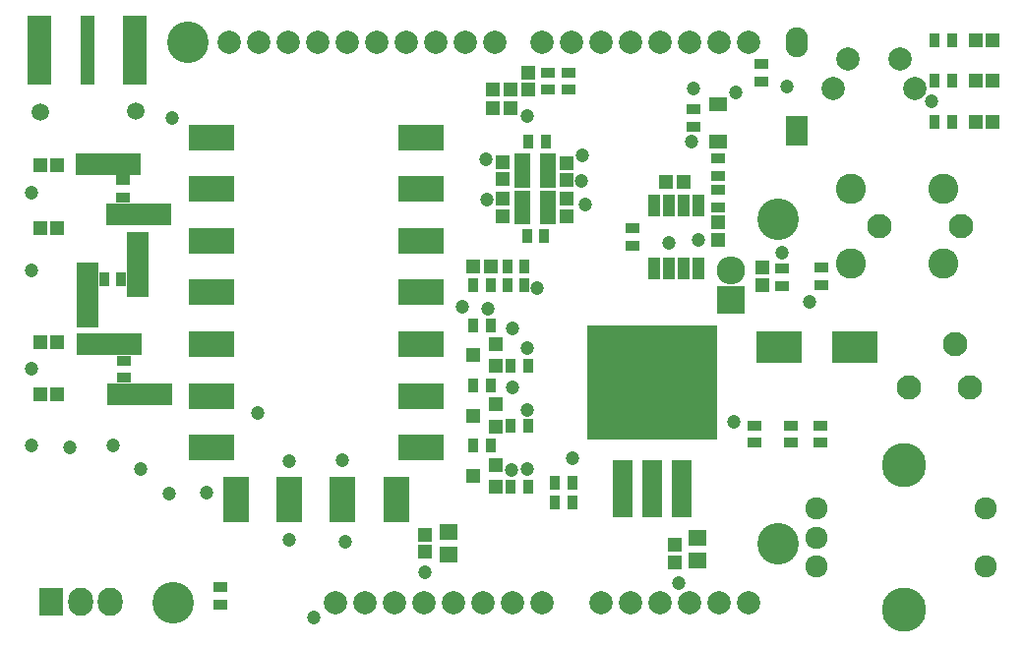
<source format=gts>
G04 #@! TF.FileFunction,Soldermask,Top*
%FSLAX46Y46*%
G04 Gerber Fmt 4.6, Leading zero omitted, Abs format (unit mm)*
G04 Created by KiCad (PCBNEW 4.0.2+dfsg1-stable) date Mi 18 Jul 2018 07:31:42 CEST*
%MOMM*%
G01*
G04 APERTURE LIST*
%ADD10C,0.100000*%
%ADD11C,3.575000*%
%ADD12C,2.000000*%
%ADD13R,2.050000X6.000000*%
%ADD14R,1.300000X6.000000*%
%ADD15R,5.560000X1.880000*%
%ADD16R,1.880000X5.560000*%
%ADD17R,2.200000X4.000000*%
%ADD18R,4.000000X2.200000*%
%ADD19R,1.790000X5.000000*%
%ADD20R,11.200000X9.800000*%
%ADD21R,1.000000X1.950000*%
%ADD22R,1.200100X1.200100*%
%ADD23C,3.800000*%
%ADD24C,1.924000*%
%ADD25C,2.100000*%
%ADD26C,2.600000*%
%ADD27R,2.127200X2.432000*%
%ADD28O,2.127200X2.432000*%
%ADD29R,2.432000X2.432000*%
%ADD30O,2.432000X2.432000*%
%ADD31R,3.900120X2.800300*%
%ADD32R,1.200000X1.150000*%
%ADD33R,1.650000X1.400000*%
%ADD34R,1.150000X1.200000*%
%ADD35R,1.197560X1.197560*%
%ADD36R,1.620000X1.310000*%
%ADD37R,1.460000X1.050000*%
%ADD38R,0.900000X1.300000*%
%ADD39R,1.300000X0.900000*%
%ADD40R,1.898600X2.597100*%
%ADD41O,1.898600X2.597100*%
%ADD42C,1.200000*%
%ADD43C,1.500000*%
G04 APERTURE END LIST*
D10*
D11*
X120740000Y-94440000D03*
X120740000Y-122380000D03*
X69940000Y-79200000D03*
X68670000Y-127460000D03*
D12*
X105500000Y-127460000D03*
X108040000Y-127460000D03*
X110580000Y-127460000D03*
X113120000Y-127460000D03*
X115660000Y-127460000D03*
X118200000Y-127460000D03*
X82640000Y-127460000D03*
X85180000Y-127460000D03*
X87720000Y-127460000D03*
X90260000Y-127460000D03*
X92800000Y-127460000D03*
X95340000Y-127460000D03*
X97880000Y-127460000D03*
X100420000Y-127460000D03*
X100420000Y-79200000D03*
X102960000Y-79200000D03*
X105500000Y-79200000D03*
X108040000Y-79200000D03*
X110580000Y-79200000D03*
X113120000Y-79200000D03*
X115660000Y-79200000D03*
X73496000Y-79200000D03*
X76036000Y-79200000D03*
X78576000Y-79200000D03*
X81116000Y-79200000D03*
X83656000Y-79200000D03*
X86196000Y-79200000D03*
X88736000Y-79200000D03*
X91276000Y-79200000D03*
X93816000Y-79200000D03*
X96356000Y-79200000D03*
X118200000Y-79200000D03*
D13*
X57175000Y-79800000D03*
X65425000Y-79800000D03*
X57175000Y-79800000D03*
X65425000Y-79800000D03*
D14*
X61300000Y-79800000D03*
D15*
X65710000Y-93965000D03*
X63090000Y-89635000D03*
D16*
X61335000Y-100910000D03*
X65665000Y-98290000D03*
D15*
X65810000Y-109465000D03*
X63190000Y-105135000D03*
D17*
X87900000Y-118500000D03*
X83300000Y-118500000D03*
X74100000Y-118500000D03*
X78700000Y-118500000D03*
D18*
X90000000Y-87350000D03*
X90000000Y-91800000D03*
X90000000Y-96250000D03*
X90000000Y-100700000D03*
X90000000Y-105150000D03*
X90000000Y-109600000D03*
X72000000Y-87350000D03*
X72000000Y-91800000D03*
X72000000Y-96250000D03*
X72000000Y-100700000D03*
X72000000Y-105150000D03*
X72000000Y-109600000D03*
X72000000Y-114050000D03*
X90000000Y-114050000D03*
D19*
X109900000Y-117600000D03*
D20*
X109900000Y-108450000D03*
D19*
X112440000Y-117600000D03*
X107360000Y-117600000D03*
D21*
X113908500Y-93195500D03*
X112638500Y-93195500D03*
X111368500Y-93195500D03*
X110098500Y-93195500D03*
X110098500Y-98595500D03*
X111368500Y-98595500D03*
X112638500Y-98595500D03*
X113908500Y-98595500D03*
D22*
X96500760Y-117450000D03*
X96500760Y-115550000D03*
X94501780Y-116500000D03*
X96500760Y-112250000D03*
X96500760Y-110350000D03*
X94501780Y-111300000D03*
X96500760Y-107050000D03*
X96500760Y-105150000D03*
X94501780Y-106100000D03*
D23*
X131600000Y-128000000D03*
X131600000Y-115600000D03*
D24*
X138600000Y-119300000D03*
X124100000Y-124300000D03*
X138600000Y-124300000D03*
X124100000Y-121800000D03*
X124100000Y-119300000D03*
D25*
X129500000Y-95000000D03*
X136500000Y-95000000D03*
D26*
X127000000Y-98200000D03*
X127000000Y-91800000D03*
X135000000Y-91800000D03*
X135000000Y-98200000D03*
D25*
X132000000Y-108850000D03*
X136000000Y-105150000D03*
X137300000Y-108850000D03*
D12*
X125500000Y-83100000D03*
X132500000Y-83100000D03*
X131250000Y-80600000D03*
X126750000Y-80600000D03*
D27*
X58200000Y-127300000D03*
D28*
X60740000Y-127300000D03*
X63280000Y-127300000D03*
D29*
X116700000Y-101300000D03*
D30*
X116700000Y-98760000D03*
D31*
X120848800Y-105400000D03*
X127351200Y-105400000D03*
D32*
X58750000Y-89700000D03*
X57250000Y-89700000D03*
X58750000Y-95200000D03*
X57250000Y-95200000D03*
X58750000Y-105000000D03*
X57250000Y-105000000D03*
X58750000Y-109500000D03*
X57250000Y-109500000D03*
X97750000Y-83200000D03*
X96250000Y-83200000D03*
D33*
X113800000Y-121800000D03*
X113800000Y-123800000D03*
D34*
X111900000Y-122450000D03*
X111900000Y-123950000D03*
X90400000Y-121550000D03*
X90400000Y-123050000D03*
D33*
X92400000Y-121300000D03*
X92400000Y-123300000D03*
D32*
X96050000Y-98500000D03*
X94550000Y-98500000D03*
D34*
X115600000Y-94650000D03*
X115600000Y-96150000D03*
X119400000Y-100050000D03*
X119400000Y-98550000D03*
D32*
X112650000Y-91200000D03*
X111150000Y-91200000D03*
X97750000Y-84800000D03*
X96250000Y-84800000D03*
D34*
X99300000Y-83250000D03*
X99300000Y-81750000D03*
X97100000Y-90950000D03*
X97100000Y-89450000D03*
X97100000Y-92650000D03*
X97100000Y-94150000D03*
X102600000Y-92650000D03*
X102600000Y-94150000D03*
X102600000Y-91050000D03*
X102600000Y-89550000D03*
D35*
X139249300Y-82500000D03*
X137750700Y-82500000D03*
X139249300Y-86000000D03*
X137750700Y-86000000D03*
X139249300Y-79000000D03*
X137750700Y-79000000D03*
D36*
X115600000Y-87735000D03*
X115600000Y-84465000D03*
D37*
X98800000Y-92450000D03*
X98800000Y-93400000D03*
X98800000Y-94350000D03*
X101000000Y-94350000D03*
X101000000Y-92450000D03*
X101000000Y-93400000D03*
X101000000Y-91150000D03*
X101000000Y-90200000D03*
X101000000Y-89250000D03*
X98800000Y-89250000D03*
X98800000Y-91150000D03*
X98800000Y-90200000D03*
D38*
X135750000Y-82500000D03*
X134250000Y-82500000D03*
X96050000Y-113900000D03*
X94550000Y-113900000D03*
X99250000Y-117400000D03*
X97750000Y-117400000D03*
X100650000Y-95800000D03*
X99150000Y-95800000D03*
X100750000Y-87700000D03*
X99250000Y-87700000D03*
X135750000Y-86000000D03*
X134250000Y-86000000D03*
X135750000Y-79000000D03*
X134250000Y-79000000D03*
X96050000Y-108700000D03*
X94550000Y-108700000D03*
X99250000Y-112200000D03*
X97750000Y-112200000D03*
X96050000Y-103500000D03*
X94550000Y-103500000D03*
X99250000Y-107000000D03*
X97750000Y-107000000D03*
D39*
X113500000Y-86450000D03*
X113500000Y-84950000D03*
X102700000Y-81750000D03*
X102700000Y-83250000D03*
X101000000Y-83250000D03*
X101000000Y-81750000D03*
D38*
X101550000Y-118800000D03*
X103050000Y-118800000D03*
X94550000Y-100100000D03*
X96050000Y-100100000D03*
X103050000Y-117100000D03*
X101550000Y-117100000D03*
D39*
X72800000Y-127550000D03*
X72800000Y-126050000D03*
X108200000Y-96650000D03*
X108200000Y-95150000D03*
D38*
X98950000Y-98500000D03*
X97450000Y-98500000D03*
D39*
X115600000Y-93350000D03*
X115600000Y-91850000D03*
X115600000Y-90650000D03*
X115600000Y-89150000D03*
X121100000Y-100150000D03*
X121100000Y-98650000D03*
X118700000Y-112150000D03*
X118700000Y-113650000D03*
X121900000Y-112150000D03*
X121900000Y-113650000D03*
X124400000Y-112150000D03*
X124400000Y-113650000D03*
X124500000Y-100050000D03*
X124500000Y-98550000D03*
X64400000Y-92550000D03*
X64400000Y-91050000D03*
D38*
X62750000Y-99600000D03*
X64250000Y-99600000D03*
D39*
X64500000Y-108050000D03*
X64500000Y-106550000D03*
D38*
X97450000Y-100100000D03*
X98950000Y-100100000D03*
D39*
X119300000Y-81050000D03*
X119300000Y-82550000D03*
D40*
X122400000Y-86810000D03*
D41*
X122400000Y-79190000D03*
D42*
X113950000Y-96150000D03*
X121100000Y-97300000D03*
X103900000Y-88900000D03*
X100000000Y-100300000D03*
X112200000Y-125700000D03*
X68600000Y-85700000D03*
X59800000Y-114000000D03*
X78700000Y-115200000D03*
X76000000Y-111100000D03*
X68400000Y-118000000D03*
X63500000Y-113900000D03*
X56500000Y-113900000D03*
X65900000Y-115900000D03*
X71600000Y-117900000D03*
X56500000Y-107300000D03*
X56500000Y-98800000D03*
X56500000Y-92100000D03*
X97800000Y-116000000D03*
X97900000Y-103800000D03*
X97900000Y-108900000D03*
X104200000Y-93100000D03*
X95600000Y-89200000D03*
X83500000Y-122200000D03*
X78700000Y-122000000D03*
X83300000Y-115100000D03*
X90400000Y-124800000D03*
D43*
X57300000Y-85200000D03*
X65500000Y-85100000D03*
D42*
X123500000Y-101500000D03*
X95700000Y-92700000D03*
X95800000Y-102100000D03*
X109900000Y-108450000D03*
X111400000Y-96400000D03*
X80800000Y-128700000D03*
X103100000Y-115000000D03*
X113500000Y-83100000D03*
X99200000Y-115900000D03*
X99200000Y-110800000D03*
X99200000Y-105500000D03*
X134000000Y-84200000D03*
X93600000Y-101900000D03*
X121500000Y-83000000D03*
X117100000Y-83500000D03*
X99200000Y-85500000D03*
X117000000Y-111800000D03*
X113300000Y-87700000D03*
X103800000Y-91100000D03*
M02*

</source>
